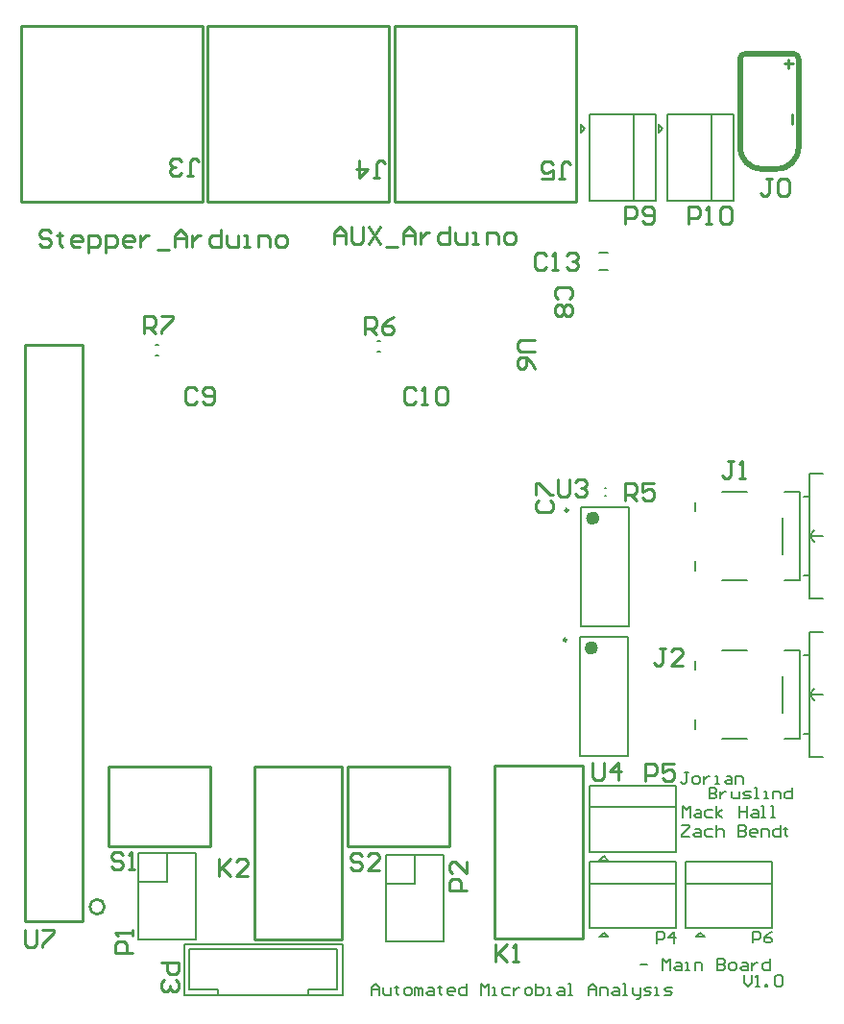
<source format=gto>
G04 Layer_Color=15132400*
%FSLAX24Y24*%
%MOIN*%
G70*
G01*
G75*
%ADD19C,0.0100*%
%ADD20C,0.0059*%
%ADD22C,0.0197*%
%ADD61C,0.0098*%
%ADD62C,0.0236*%
%ADD63C,0.0079*%
%ADD64C,0.0098*%
%ADD65C,0.0060*%
%ADD66C,0.0080*%
D19*
X7070Y13138D02*
G03*
X7070Y13138I-255J0D01*
G01*
X20625Y12040D02*
Y18050D01*
Y12040D02*
X23675D01*
Y18050D01*
X20625D02*
X23675D01*
X12275Y11990D02*
Y18000D01*
Y11990D02*
X15325D01*
Y18000D01*
X12275D02*
X15325D01*
X15508Y17992D02*
X18953D01*
X19051D01*
Y15236D02*
Y17992D01*
X15508Y15236D02*
X19051D01*
X15508D02*
Y17992D01*
X7208D02*
X10653D01*
X10751D01*
Y15236D02*
Y17992D01*
X7208Y15236D02*
X10751D01*
X7208D02*
Y17992D01*
X4190Y37635D02*
Y37981D01*
Y37619D02*
X10489D01*
Y37981D01*
Y41580D01*
Y43709D01*
X4190D02*
X10489D01*
X4190Y41580D02*
Y43709D01*
Y37981D02*
Y41580D01*
X10640Y37635D02*
Y37981D01*
Y37619D02*
X16939D01*
Y37981D01*
Y41580D01*
Y43709D01*
X10640D02*
X16939D01*
X10640Y41580D02*
Y43709D01*
Y37981D02*
Y41580D01*
X17140Y37635D02*
Y37981D01*
Y37619D02*
X23439D01*
Y37981D01*
Y41580D01*
Y43709D01*
X17140D02*
X23439D01*
X17140Y41580D02*
Y43709D01*
Y37981D02*
Y41580D01*
X6315Y12638D02*
Y32638D01*
X4315D02*
X6315D01*
X4315Y12638D02*
Y32638D01*
Y12638D02*
X6315D01*
X5223Y36533D02*
X5123Y36633D01*
X4923D01*
X4823Y36533D01*
Y36433D01*
X4923Y36333D01*
X5123D01*
X5223Y36233D01*
Y36133D01*
X5123Y36033D01*
X4923D01*
X4823Y36133D01*
X5523Y36533D02*
Y36433D01*
X5423D01*
X5623D01*
X5523D01*
Y36133D01*
X5623Y36033D01*
X6222D02*
X6022D01*
X5922Y36133D01*
Y36333D01*
X6022Y36433D01*
X6222D01*
X6322Y36333D01*
Y36233D01*
X5922D01*
X6522Y35834D02*
Y36433D01*
X6822D01*
X6922Y36333D01*
Y36133D01*
X6822Y36033D01*
X6522D01*
X7122Y35834D02*
Y36433D01*
X7422D01*
X7522Y36333D01*
Y36133D01*
X7422Y36033D01*
X7122D01*
X8022D02*
X7822D01*
X7722Y36133D01*
Y36333D01*
X7822Y36433D01*
X8022D01*
X8122Y36333D01*
Y36233D01*
X7722D01*
X8322Y36433D02*
Y36033D01*
Y36233D01*
X8422Y36333D01*
X8522Y36433D01*
X8622D01*
X8922Y35933D02*
X9321D01*
X9521Y36033D02*
Y36433D01*
X9721Y36633D01*
X9921Y36433D01*
Y36033D01*
Y36333D01*
X9521D01*
X10121Y36433D02*
Y36033D01*
Y36233D01*
X10221Y36333D01*
X10321Y36433D01*
X10421D01*
X11121Y36633D02*
Y36033D01*
X10821D01*
X10721Y36133D01*
Y36333D01*
X10821Y36433D01*
X11121D01*
X11321D02*
Y36133D01*
X11421Y36033D01*
X11721D01*
Y36433D01*
X11921Y36033D02*
X12120D01*
X12021D01*
Y36433D01*
X11921D01*
X12420Y36033D02*
Y36433D01*
X12720D01*
X12820Y36333D01*
Y36033D01*
X13120D02*
X13320D01*
X13420Y36133D01*
Y36333D01*
X13320Y36433D01*
X13120D01*
X13020Y36333D01*
Y36133D01*
X13120Y36033D01*
X15049Y36152D02*
Y36551D01*
X15249Y36751D01*
X15449Y36551D01*
Y36152D01*
Y36451D01*
X15049D01*
X15649Y36751D02*
Y36252D01*
X15749Y36152D01*
X15949D01*
X16049Y36252D01*
Y36751D01*
X16249D02*
X16649Y36152D01*
Y36751D02*
X16249Y36152D01*
X16849Y36052D02*
X17249D01*
X17448Y36152D02*
Y36551D01*
X17648Y36751D01*
X17848Y36551D01*
Y36152D01*
Y36451D01*
X17448D01*
X18048Y36551D02*
Y36152D01*
Y36352D01*
X18148Y36451D01*
X18248Y36551D01*
X18348D01*
X19048Y36751D02*
Y36152D01*
X18748D01*
X18648Y36252D01*
Y36451D01*
X18748Y36551D01*
X19048D01*
X19248D02*
Y36252D01*
X19348Y36152D01*
X19648D01*
Y36551D01*
X19848Y36152D02*
X20048D01*
X19948D01*
Y36551D01*
X19848D01*
X20347Y36152D02*
Y36551D01*
X20647D01*
X20747Y36451D01*
Y36152D01*
X21047D02*
X21247D01*
X21347Y36252D01*
Y36451D01*
X21247Y36551D01*
X21047D01*
X20947Y36451D01*
Y36252D01*
X21047Y36152D01*
X16000Y14900D02*
X15900Y15000D01*
X15700D01*
X15600Y14900D01*
Y14800D01*
X15700Y14700D01*
X15900D01*
X16000Y14600D01*
Y14500D01*
X15900Y14400D01*
X15700D01*
X15600Y14500D01*
X16600Y14400D02*
X16200D01*
X16600Y14800D01*
Y14900D01*
X16500Y15000D01*
X16300D01*
X16200Y14900D01*
X7700Y14950D02*
X7600Y15050D01*
X7400D01*
X7300Y14950D01*
Y14850D01*
X7400Y14750D01*
X7600D01*
X7700Y14650D01*
Y14550D01*
X7600Y14450D01*
X7400D01*
X7300Y14550D01*
X7900Y14450D02*
X8100D01*
X8000D01*
Y15050D01*
X7900Y14950D01*
X22150Y27250D02*
X22050Y27150D01*
Y26950D01*
X22150Y26850D01*
X22550D01*
X22650Y26950D01*
Y27150D01*
X22550Y27250D01*
X22050Y27450D02*
Y27850D01*
X22150D01*
X22550Y27450D01*
X22650D01*
X23200Y34250D02*
X23300Y34350D01*
Y34550D01*
X23200Y34650D01*
X22800D01*
X22700Y34550D01*
Y34350D01*
X22800Y34250D01*
X23200Y34050D02*
X23300Y33950D01*
Y33750D01*
X23200Y33650D01*
X23100D01*
X23000Y33750D01*
X22900Y33650D01*
X22800D01*
X22700Y33750D01*
Y33950D01*
X22800Y34050D01*
X22900D01*
X23000Y33950D01*
X23100Y34050D01*
X23200D01*
X23000Y33950D02*
Y33750D01*
X10260Y31080D02*
X10160Y31180D01*
X9960D01*
X9860Y31080D01*
Y30680D01*
X9960Y30580D01*
X10160D01*
X10260Y30680D01*
X10460D02*
X10560Y30580D01*
X10760D01*
X10860Y30680D01*
Y31080D01*
X10760Y31180D01*
X10560D01*
X10460Y31080D01*
Y30980D01*
X10560Y30880D01*
X10860D01*
X17865Y31085D02*
X17765Y31185D01*
X17565D01*
X17465Y31085D01*
Y30685D01*
X17565Y30585D01*
X17765D01*
X17865Y30685D01*
X18065Y30585D02*
X18265D01*
X18165D01*
Y31185D01*
X18065Y31085D01*
X18565D02*
X18665Y31185D01*
X18865D01*
X18965Y31085D01*
Y30685D01*
X18865Y30585D01*
X18665D01*
X18565Y30685D01*
Y31085D01*
X22400Y35750D02*
X22300Y35850D01*
X22100D01*
X22000Y35750D01*
Y35350D01*
X22100Y35250D01*
X22300D01*
X22400Y35350D01*
X22600Y35250D02*
X22800D01*
X22700D01*
Y35850D01*
X22600Y35750D01*
X23100D02*
X23200Y35850D01*
X23400D01*
X23500Y35750D01*
Y35650D01*
X23400Y35550D01*
X23300D01*
X23400D01*
X23500Y35450D01*
Y35350D01*
X23400Y35250D01*
X23200D01*
X23100Y35350D01*
X28900Y28600D02*
X28700D01*
X28800D01*
Y28100D01*
X28700Y28000D01*
X28600D01*
X28500Y28100D01*
X29100Y28000D02*
X29300D01*
X29200D01*
Y28600D01*
X29100Y28500D01*
X26550Y22100D02*
X26350D01*
X26450D01*
Y21600D01*
X26350Y21500D01*
X26250D01*
X26150Y21600D01*
X27150Y21500D02*
X26750D01*
X27150Y21900D01*
Y22000D01*
X27050Y22100D01*
X26850D01*
X26750Y22000D01*
X9950Y38500D02*
X10150D01*
X10050D01*
Y39000D01*
X10150Y39100D01*
X10250D01*
X10350Y39000D01*
X9750Y38600D02*
X9650Y38500D01*
X9450D01*
X9350Y38600D01*
Y38700D01*
X9450Y38800D01*
X9550D01*
X9450D01*
X9350Y38900D01*
Y39000D01*
X9450Y39100D01*
X9650D01*
X9750Y39000D01*
X16400Y38450D02*
X16600D01*
X16500D01*
Y38950D01*
X16600Y39050D01*
X16700D01*
X16800Y38950D01*
X15900Y39050D02*
Y38450D01*
X16200Y38750D01*
X15800D01*
X22850Y38400D02*
X23050D01*
X22950D01*
Y38900D01*
X23050Y39000D01*
X23150D01*
X23250Y38900D01*
X22250Y38400D02*
X22650D01*
Y38700D01*
X22450Y38600D01*
X22350D01*
X22250Y38700D01*
Y38900D01*
X22350Y39000D01*
X22550D01*
X22650Y38900D01*
X20650Y11850D02*
Y11250D01*
Y11450D01*
X21050Y11850D01*
X20750Y11550D01*
X21050Y11250D01*
X21250D02*
X21450D01*
X21350D01*
Y11850D01*
X21250Y11750D01*
X11050Y14800D02*
Y14200D01*
Y14400D01*
X11450Y14800D01*
X11150Y14500D01*
X11450Y14200D01*
X12050D02*
X11650D01*
X12050Y14600D01*
Y14700D01*
X11950Y14800D01*
X11750D01*
X11650Y14700D01*
X8050Y11550D02*
X7450D01*
Y11850D01*
X7550Y11950D01*
X7750D01*
X7850Y11850D01*
Y11550D01*
X8050Y12150D02*
Y12350D01*
Y12250D01*
X7450D01*
X7550Y12150D01*
X19626Y13701D02*
X19026D01*
Y14001D01*
X19126Y14101D01*
X19326D01*
X19426Y14001D01*
Y13701D01*
X19626Y14700D02*
Y14301D01*
X19226Y14700D01*
X19126D01*
X19026Y14600D01*
Y14401D01*
X19126Y14301D01*
X9045Y11201D02*
X9645D01*
Y10901D01*
X9545Y10801D01*
X9345D01*
X9245Y10901D01*
Y11201D01*
X9545Y10601D02*
X9645Y10501D01*
Y10301D01*
X9545Y10201D01*
X9445D01*
X9345Y10301D01*
Y10401D01*
Y10301D01*
X9245Y10201D01*
X9145D01*
X9045Y10301D01*
Y10501D01*
X9145Y10601D01*
X25850Y17500D02*
Y18100D01*
X26150D01*
X26250Y18000D01*
Y17800D01*
X26150Y17700D01*
X25850D01*
X26850Y18100D02*
X26450D01*
Y17800D01*
X26650Y17900D01*
X26750D01*
X26850Y17800D01*
Y17600D01*
X26750Y17500D01*
X26550D01*
X26450Y17600D01*
X8440Y33040D02*
Y33640D01*
X8740D01*
X8840Y33540D01*
Y33340D01*
X8740Y33240D01*
X8440D01*
X8640D02*
X8840Y33040D01*
X9040Y33640D02*
X9440D01*
Y33540D01*
X9040Y33140D01*
Y33040D01*
X25150Y27250D02*
Y27850D01*
X25450D01*
X25550Y27750D01*
Y27550D01*
X25450Y27450D01*
X25150D01*
X25350D02*
X25550Y27250D01*
X26150Y27850D02*
X25750D01*
Y27550D01*
X25950Y27650D01*
X26050D01*
X26150Y27550D01*
Y27350D01*
X26050Y27250D01*
X25850D01*
X25750Y27350D01*
X16100Y33000D02*
Y33600D01*
X16400D01*
X16500Y33500D01*
Y33300D01*
X16400Y33200D01*
X16100D01*
X16300D02*
X16500Y33000D01*
X17100Y33600D02*
X16900Y33500D01*
X16700Y33300D01*
Y33100D01*
X16800Y33000D01*
X17000D01*
X17100Y33100D01*
Y33200D01*
X17000Y33300D01*
X16700D01*
X22810Y27970D02*
Y27470D01*
X22910Y27370D01*
X23110D01*
X23210Y27470D01*
Y27970D01*
X23410Y27870D02*
X23510Y27970D01*
X23710D01*
X23810Y27870D01*
Y27770D01*
X23710Y27670D01*
X23610D01*
X23710D01*
X23810Y27570D01*
Y27470D01*
X23710Y27370D01*
X23510D01*
X23410Y27470D01*
X24000Y18150D02*
Y17650D01*
X24100Y17550D01*
X24300D01*
X24400Y17650D01*
Y18150D01*
X24900Y17550D02*
Y18150D01*
X24600Y17850D01*
X25000D01*
X22000Y32800D02*
X21500D01*
X21400Y32700D01*
Y32500D01*
X21500Y32400D01*
X22000D01*
Y31800D02*
X21900Y32000D01*
X21700Y32200D01*
X21500D01*
X21400Y32100D01*
Y31900D01*
X21500Y31800D01*
X21600D01*
X21700Y31900D01*
Y32200D01*
X4315Y12338D02*
Y11838D01*
X4415Y11738D01*
X4615D01*
X4715Y11838D01*
Y12338D01*
X4915D02*
X5315D01*
Y12238D01*
X4915Y11838D01*
Y11738D01*
X25150Y36850D02*
Y37450D01*
X25450D01*
X25550Y37350D01*
Y37150D01*
X25450Y37050D01*
X25150D01*
X25750Y36950D02*
X25850Y36850D01*
X26050D01*
X26150Y36950D01*
Y37350D01*
X26050Y37450D01*
X25850D01*
X25750Y37350D01*
Y37250D01*
X25850Y37150D01*
X26150D01*
X27350Y36850D02*
Y37450D01*
X27650D01*
X27750Y37350D01*
Y37150D01*
X27650Y37050D01*
X27350D01*
X27950Y36850D02*
X28150D01*
X28050D01*
Y37450D01*
X27950Y37350D01*
X28450D02*
X28550Y37450D01*
X28750D01*
X28850Y37350D01*
Y36950D01*
X28750Y36850D01*
X28550D01*
X28450Y36950D01*
Y37350D01*
X30250Y38400D02*
X30050D01*
X30150D01*
Y37900D01*
X30050Y37800D01*
X29950D01*
X29850Y37900D01*
X30450Y38300D02*
X30550Y38400D01*
X30750D01*
X30850Y38300D01*
Y37900D01*
X30750Y37800D01*
X30550D01*
X30450Y37900D01*
Y38300D01*
D20*
X8851Y32263D02*
X8949D01*
X8851Y32637D02*
X8949D01*
X16551Y32413D02*
X16649D01*
X16551Y32787D02*
X16649D01*
X26250Y11880D02*
Y12273D01*
X26447D01*
X26512Y12208D01*
Y12077D01*
X26447Y12011D01*
X26250D01*
X26840Y11880D02*
Y12273D01*
X26644Y12077D01*
X26906D01*
X29577Y11890D02*
Y12283D01*
X29774D01*
X29839Y12218D01*
Y12087D01*
X29774Y12021D01*
X29577D01*
X30233Y12283D02*
X30102Y12218D01*
X29970Y12087D01*
Y11955D01*
X30036Y11890D01*
X30167D01*
X30233Y11955D01*
Y12021D01*
X30167Y12087D01*
X29970D01*
X16348Y10079D02*
Y10341D01*
X16480Y10472D01*
X16611Y10341D01*
Y10079D01*
Y10276D01*
X16348D01*
X16742Y10341D02*
Y10144D01*
X16808Y10079D01*
X17004D01*
Y10341D01*
X17201Y10407D02*
Y10341D01*
X17136D01*
X17267D01*
X17201D01*
Y10144D01*
X17267Y10079D01*
X17529D02*
X17660D01*
X17726Y10144D01*
Y10276D01*
X17660Y10341D01*
X17529D01*
X17464Y10276D01*
Y10144D01*
X17529Y10079D01*
X17857D02*
Y10341D01*
X17923D01*
X17988Y10276D01*
Y10079D01*
Y10276D01*
X18054Y10341D01*
X18120Y10276D01*
Y10079D01*
X18316Y10341D02*
X18447D01*
X18513Y10276D01*
Y10079D01*
X18316D01*
X18251Y10144D01*
X18316Y10210D01*
X18513D01*
X18710Y10407D02*
Y10341D01*
X18644D01*
X18775D01*
X18710D01*
Y10144D01*
X18775Y10079D01*
X19169D02*
X19038D01*
X18972Y10144D01*
Y10276D01*
X19038Y10341D01*
X19169D01*
X19235Y10276D01*
Y10210D01*
X18972D01*
X19628Y10472D02*
Y10079D01*
X19431D01*
X19366Y10144D01*
Y10276D01*
X19431Y10341D01*
X19628D01*
X20153Y10079D02*
Y10472D01*
X20284Y10341D01*
X20415Y10472D01*
Y10079D01*
X20547D02*
X20678D01*
X20612D01*
Y10341D01*
X20547D01*
X21137D02*
X20940D01*
X20875Y10276D01*
Y10144D01*
X20940Y10079D01*
X21137D01*
X21268Y10341D02*
Y10079D01*
Y10210D01*
X21334Y10276D01*
X21399Y10341D01*
X21465D01*
X21727Y10079D02*
X21858D01*
X21924Y10144D01*
Y10276D01*
X21858Y10341D01*
X21727D01*
X21662Y10276D01*
Y10144D01*
X21727Y10079D01*
X22055Y10472D02*
Y10079D01*
X22252D01*
X22318Y10144D01*
Y10210D01*
Y10276D01*
X22252Y10341D01*
X22055D01*
X22449Y10079D02*
X22580D01*
X22514D01*
Y10341D01*
X22449D01*
X22842D02*
X22974D01*
X23039Y10276D01*
Y10079D01*
X22842D01*
X22777Y10144D01*
X22842Y10210D01*
X23039D01*
X23170Y10079D02*
X23302D01*
X23236D01*
Y10472D01*
X23170D01*
X23892Y10079D02*
Y10341D01*
X24023Y10472D01*
X24154Y10341D01*
Y10079D01*
Y10276D01*
X23892D01*
X24286Y10079D02*
Y10341D01*
X24482D01*
X24548Y10276D01*
Y10079D01*
X24745Y10341D02*
X24876D01*
X24941Y10276D01*
Y10079D01*
X24745D01*
X24679Y10144D01*
X24745Y10210D01*
X24941D01*
X25073Y10079D02*
X25204D01*
X25138D01*
Y10472D01*
X25073D01*
X25401Y10341D02*
Y10144D01*
X25466Y10079D01*
X25663D01*
Y10013D01*
X25597Y9948D01*
X25532D01*
X25663Y10079D02*
Y10341D01*
X25794Y10079D02*
X25991D01*
X26057Y10144D01*
X25991Y10210D01*
X25860D01*
X25794Y10276D01*
X25860Y10341D01*
X26057D01*
X26188Y10079D02*
X26319D01*
X26253D01*
Y10341D01*
X26188D01*
X26516Y10079D02*
X26713D01*
X26778Y10144D01*
X26713Y10210D01*
X26581D01*
X26516Y10276D01*
X26581Y10341D01*
X26778D01*
X25659Y11152D02*
X25922D01*
X26447Y10955D02*
Y11348D01*
X26578Y11217D01*
X26709Y11348D01*
Y10955D01*
X26906Y11217D02*
X27037D01*
X27103Y11152D01*
Y10955D01*
X26906D01*
X26840Y11020D01*
X26906Y11086D01*
X27103D01*
X27234Y10955D02*
X27365D01*
X27299D01*
Y11217D01*
X27234D01*
X27562Y10955D02*
Y11217D01*
X27759D01*
X27824Y11152D01*
Y10955D01*
X28349Y11348D02*
Y10955D01*
X28546D01*
X28611Y11020D01*
Y11086D01*
X28546Y11152D01*
X28349D01*
X28546D01*
X28611Y11217D01*
Y11283D01*
X28546Y11348D01*
X28349D01*
X28808Y10955D02*
X28939D01*
X29005Y11020D01*
Y11152D01*
X28939Y11217D01*
X28808D01*
X28742Y11152D01*
Y11020D01*
X28808Y10955D01*
X29202Y11217D02*
X29333D01*
X29398Y11152D01*
Y10955D01*
X29202D01*
X29136Y11020D01*
X29202Y11086D01*
X29398D01*
X29530Y11217D02*
Y10955D01*
Y11086D01*
X29595Y11152D01*
X29661Y11217D01*
X29726D01*
X30186Y11348D02*
Y10955D01*
X29989D01*
X29923Y11020D01*
Y11152D01*
X29989Y11217D01*
X30186D01*
X27349Y17795D02*
X27218D01*
X27283D01*
Y17467D01*
X27218Y17402D01*
X27152D01*
X27087Y17467D01*
X27546Y17402D02*
X27677D01*
X27743Y17467D01*
Y17598D01*
X27677Y17664D01*
X27546D01*
X27480Y17598D01*
Y17467D01*
X27546Y17402D01*
X27874Y17664D02*
Y17402D01*
Y17533D01*
X27939Y17598D01*
X28005Y17664D01*
X28071D01*
X28267Y17402D02*
X28399D01*
X28333D01*
Y17664D01*
X28267D01*
X28661D02*
X28792D01*
X28858Y17598D01*
Y17402D01*
X28661D01*
X28595Y17467D01*
X28661Y17533D01*
X28858D01*
X28989Y17402D02*
Y17664D01*
X29186D01*
X29251Y17598D01*
Y17402D01*
X28061Y17283D02*
Y16890D01*
X28258D01*
X28323Y16955D01*
Y17021D01*
X28258Y17087D01*
X28061D01*
X28258D01*
X28323Y17152D01*
Y17218D01*
X28258Y17283D01*
X28061D01*
X28455Y17152D02*
Y16890D01*
Y17021D01*
X28520Y17087D01*
X28586Y17152D01*
X28651D01*
X28848D02*
Y16955D01*
X28914Y16890D01*
X29111D01*
Y17152D01*
X29242Y16890D02*
X29439D01*
X29504Y16955D01*
X29439Y17021D01*
X29307D01*
X29242Y17087D01*
X29307Y17152D01*
X29504D01*
X29635Y16890D02*
X29767D01*
X29701D01*
Y17283D01*
X29635D01*
X29963Y16890D02*
X30094D01*
X30029D01*
Y17152D01*
X29963D01*
X30291Y16890D02*
Y17152D01*
X30488D01*
X30554Y17087D01*
Y16890D01*
X30947Y17283D02*
Y16890D01*
X30750D01*
X30685Y16955D01*
Y17087D01*
X30750Y17152D01*
X30947D01*
X27136Y16250D02*
Y16644D01*
X27267Y16512D01*
X27398Y16644D01*
Y16250D01*
X27595Y16512D02*
X27726D01*
X27792Y16447D01*
Y16250D01*
X27595D01*
X27529Y16316D01*
X27595Y16381D01*
X27792D01*
X28185Y16512D02*
X27989D01*
X27923Y16447D01*
Y16316D01*
X27989Y16250D01*
X28185D01*
X28317D02*
Y16644D01*
Y16381D02*
X28513Y16512D01*
X28317Y16381D02*
X28513Y16250D01*
X29104Y16644D02*
Y16250D01*
Y16447D01*
X29366D01*
Y16644D01*
Y16250D01*
X29563Y16512D02*
X29694D01*
X29760Y16447D01*
Y16250D01*
X29563D01*
X29497Y16316D01*
X29563Y16381D01*
X29760D01*
X29891Y16250D02*
X30022D01*
X29956D01*
Y16644D01*
X29891D01*
X30219Y16250D02*
X30350D01*
X30284D01*
Y16644D01*
X30219D01*
X27116Y15964D02*
X27379D01*
Y15899D01*
X27116Y15636D01*
Y15571D01*
X27379D01*
X27575Y15833D02*
X27706D01*
X27772Y15768D01*
Y15571D01*
X27575D01*
X27510Y15636D01*
X27575Y15702D01*
X27772D01*
X28166Y15833D02*
X27969D01*
X27903Y15768D01*
Y15636D01*
X27969Y15571D01*
X28166D01*
X28297Y15964D02*
Y15571D01*
Y15768D01*
X28362Y15833D01*
X28494D01*
X28559Y15768D01*
Y15571D01*
X29084Y15964D02*
Y15571D01*
X29281D01*
X29346Y15636D01*
Y15702D01*
X29281Y15768D01*
X29084D01*
X29281D01*
X29346Y15833D01*
Y15899D01*
X29281Y15964D01*
X29084D01*
X29674Y15571D02*
X29543D01*
X29478Y15636D01*
Y15768D01*
X29543Y15833D01*
X29674D01*
X29740Y15768D01*
Y15702D01*
X29478D01*
X29871Y15571D02*
Y15833D01*
X30068D01*
X30134Y15768D01*
Y15571D01*
X30527Y15964D02*
Y15571D01*
X30330D01*
X30265Y15636D01*
Y15768D01*
X30330Y15833D01*
X30527D01*
X30724Y15899D02*
Y15833D01*
X30658D01*
X30789D01*
X30724D01*
Y15636D01*
X30789Y15571D01*
X29281Y10768D02*
Y10505D01*
X29413Y10374D01*
X29544Y10505D01*
Y10768D01*
X29675Y10374D02*
X29806D01*
X29741D01*
Y10768D01*
X29675Y10702D01*
X30003Y10374D02*
Y10440D01*
X30069D01*
Y10374D01*
X30003D01*
X30331Y10702D02*
X30397Y10768D01*
X30528D01*
X30593Y10702D01*
Y10440D01*
X30528Y10374D01*
X30397D01*
X30331Y10440D01*
Y10702D01*
D22*
X30386Y38732D02*
G03*
X31174Y39519I0J787D01*
G01*
X29126D02*
G03*
X29914Y38732I787J0D01*
G01*
X31174Y42550D02*
G03*
X30977Y42747I-197J0D01*
G01*
X29323D02*
G03*
X29126Y42550I0J-197D01*
G01*
X29323Y42747D02*
X30150D01*
X30977D01*
X29126Y39519D02*
Y42550D01*
X29914Y38732D02*
X30386D01*
X31174Y39519D02*
Y42550D01*
D61*
X23161Y26899D02*
G03*
X23161Y26899I-49J0D01*
G01*
X23111Y22399D02*
G03*
X23111Y22399I-49J0D01*
G01*
D62*
X24135Y26623D02*
G03*
X24135Y26623I-118J0D01*
G01*
X24085Y22123D02*
G03*
X24085Y22123I-118J0D01*
G01*
D63*
X24430Y27412D02*
X24470D01*
X24430Y27688D02*
X24470D01*
X24400Y14900D02*
X24550Y14750D01*
X24250D02*
X24550D01*
X24250D02*
X24300Y14800D01*
X24400Y14900D01*
X27750Y12250D02*
X27900Y12100D01*
X27600D02*
X27900D01*
X27600D02*
X27650Y12150D01*
X27750Y12250D01*
X24400D02*
X24550Y12100D01*
X24250D02*
X24550D01*
X24250D02*
X24300Y12150D01*
X24400Y12250D01*
X23600Y40000D02*
X23750Y40150D01*
X23600Y40000D02*
Y40300D01*
X23650Y40250D01*
X23750Y40150D01*
X24243Y35255D02*
X24557D01*
X24243Y35845D02*
X24557D01*
X26300Y40000D02*
X26450Y40150D01*
X26300Y40000D02*
Y40300D01*
X26350Y40250D01*
X26450Y40150D01*
X9826Y10081D02*
X15337D01*
X9826D02*
Y11852D01*
X15337D01*
Y10081D02*
Y11852D01*
X10022Y10278D02*
X11007D01*
Y10081D02*
Y10278D01*
X14156Y10081D02*
Y10278D01*
X15141D01*
Y11656D01*
X10022D02*
X15141D01*
X10022Y10278D02*
Y11656D01*
X23623Y22883D02*
Y27017D01*
X25277Y22883D02*
Y27017D01*
X23623D02*
X25277D01*
X23623Y22883D02*
X25277D01*
X23573Y18383D02*
Y22517D01*
X25227Y18383D02*
Y22517D01*
X23573D02*
X25227D01*
X23573Y18383D02*
X25227D01*
D64*
X30662Y42393D02*
X30977D01*
X30819Y42235D02*
Y42550D01*
X30950Y40313D02*
Y40628D01*
D65*
X26900Y16600D02*
Y17350D01*
X23900Y16600D02*
X26900D01*
X23900Y15050D02*
Y17350D01*
X26900D01*
X23900Y15050D02*
X26900D01*
Y17350D01*
X30250Y13950D02*
Y14700D01*
X27250Y13950D02*
X30250D01*
X27250Y12400D02*
Y14700D01*
X30250D01*
X27250Y12400D02*
X30250D01*
Y14700D01*
X26900Y13950D02*
Y14700D01*
X23900Y13950D02*
X26900D01*
X23900Y12400D02*
Y14700D01*
X26900D01*
X23900Y12400D02*
X26900D01*
Y14700D01*
X16850Y13950D02*
X17850D01*
Y14950D01*
X16850Y11950D02*
Y14950D01*
Y11950D02*
X18850D01*
X16850Y14950D02*
X18850D01*
Y11950D02*
Y14950D01*
X25450Y37650D02*
X26200D01*
X25450D02*
Y40650D01*
X23900D02*
X26200D01*
Y37650D02*
Y40650D01*
X23900Y37650D02*
Y40650D01*
Y37650D02*
X26200D01*
X8250Y14000D02*
X9250D01*
Y15000D01*
X8250Y12000D02*
Y15000D01*
Y12000D02*
X10250D01*
X8250Y15000D02*
X10250D01*
Y12000D02*
Y15000D01*
X28150Y37650D02*
X28900D01*
X28150D02*
Y40650D01*
X26600D02*
X28900D01*
Y37650D02*
Y40650D01*
X26600Y37650D02*
Y40650D01*
Y37650D02*
X28900D01*
D66*
X31332Y21873D02*
X31528D01*
X31332Y19127D02*
X31528D01*
Y18330D02*
X32001D01*
X30621Y19885D02*
Y21135D01*
X28517Y22025D02*
X29383D01*
X30682D02*
X31198D01*
X30682Y18975D02*
X31198D01*
Y22025D01*
X27576Y19315D02*
Y19640D01*
X28517Y18975D02*
X29383D01*
X27576Y21360D02*
Y21685D01*
X31528Y18330D02*
Y22670D01*
X32001D01*
X31528Y20500D02*
X32001D01*
X31528D02*
X31706Y20303D01*
X31528Y20500D02*
X31706Y20697D01*
X31332Y27373D02*
X31528D01*
X31332Y24627D02*
X31528D01*
Y23830D02*
X32001D01*
X30621Y25385D02*
Y26635D01*
X28517Y27525D02*
X29383D01*
X30682D02*
X31198D01*
X30682Y24475D02*
X31198D01*
Y27525D01*
X27576Y24815D02*
Y25140D01*
X28517Y24475D02*
X29383D01*
X27576Y26860D02*
Y27185D01*
X31528Y23830D02*
Y28170D01*
X32001D01*
X31528Y26000D02*
X32001D01*
X31528D02*
X31706Y25803D01*
X31528Y26000D02*
X31706Y26197D01*
M02*

</source>
